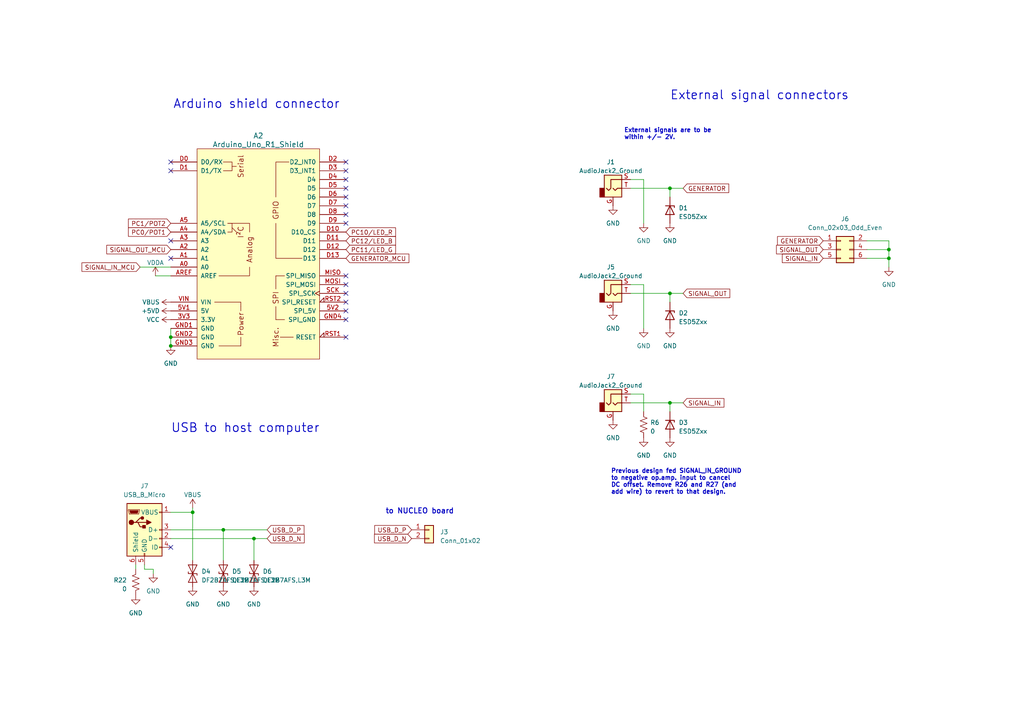
<source format=kicad_sch>
(kicad_sch (version 20230121) (generator eeschema)
  (paper "A4")
  (title_block (title "Board and I/O connectors") (date "2023-08-15") (company "bitgloo") (comment 1 "Released under the CERN Open Hardware Licence Version 2 - Strongly Reciprocal"))
  (lib_symbols
    (symbol "Connector:USB_B_Micro" (pin_names (offset 1.016))
      (property "Reference" "J" (at -5.08 11.43 0))
      (property "Value" "USB_B_Micro" (at -5.08 8.89 0))
      (symbol "USB_B_Micro_0_1"
        (rectangle (start -5.08 -7.62) (end 5.08 7.62) (stroke (width 0.254)) (fill (type background)))
        (circle (center -3.81 2.159) (radius 0.635) (stroke (width 0.254)) (fill (type outline)))
        (circle (center -0.635 3.429) (radius 0.381) (stroke (width 0.254)) (fill (type outline)))
        (rectangle (start -0.127 -7.62) (end 0.127 -6.858))
        (polyline (pts (xy -1.905 2.159) (xy 0.635 2.159)) (stroke (width 0.254)))
        (polyline (pts (xy -3.175 2.159) (xy -2.54 2.159) (xy -1.27 3.429) (xy -0.635 3.429)) (stroke (width 0.254)))
        (polyline (pts (xy -2.54 2.159) (xy -1.905 2.159) (xy -1.27 0.889) (xy 0 0.889)) (stroke (width 0.254)))
        (polyline (pts (xy 0.635 2.794) (xy 0.635 1.524) (xy 1.905 2.159) (xy 0.635 2.794)) (stroke (width 0.254)) (fill (type outline)))
        (polyline (pts (xy -4.318 5.588) (xy -1.778 5.588) (xy -2.032 4.826) (xy -4.064 4.826) (xy -4.318 5.588)) (fill (type outline)))
        (polyline (pts (xy -4.699 5.842) (xy -4.699 5.588) (xy -4.445 4.826) (xy -4.445 4.572) (xy -1.651 4.572) (xy -1.651 4.826) (xy -1.397 5.588) (xy -1.397 5.842) (xy -4.699 5.842)))
        (rectangle (start 0.254 1.27) (end -0.508 0.508) (stroke (width 0.254)) (fill (type outline)))
        (rectangle (start 5.08 -5.207) (end 4.318 -4.953))
        (rectangle (start 5.08 -2.667) (end 4.318 -2.413))
        (rectangle (start 5.08 -0.127) (end 4.318 0.127))
        (rectangle (start 5.08 4.953) (end 4.318 5.207))
      )
      (symbol "USB_B_Micro_1_1"
        (pin power_out line (at 7.62 5.08 180) (length 2.54) (name "VBUS") (number "1"))
        (pin bidirectional line (at 7.62 -2.54 180) (length 2.54) (name "D-") (number "2"))
        (pin bidirectional line (at 7.62 0 180) (length 2.54) (name "D+") (number "3"))
        (pin passive line (at 7.62 -5.08 180) (length 2.54) (name "ID") (number "4"))
        (pin power_out line (at 0 -10.16 90) (length 2.54) (name "GND") (number "5"))
        (pin passive line (at -2.54 -10.16 90) (length 2.54) (name "Shield") (number "6"))
      )
    )
    (symbol "Connector_Audio:AudioJack2_Ground"
      (property "Reference" "J" (at 0 8.89 0))
      (property "Value" "AudioJack2_Ground" (at 0 6.35 0))
      (symbol "AudioJack2_Ground_0_1"
        (rectangle (start -2.54 -2.54) (end -3.81 0) (stroke (width 0.254)) (fill (type outline)))
        (polyline (pts (xy 0 0) (xy 0.635 -0.635) (xy 1.27 0) (xy 2.54 0)) (stroke (width 0.254)))
        (polyline (pts (xy 2.54 2.54) (xy -0.635 2.54) (xy -0.635 0) (xy -1.27 -0.635) (xy -1.905 0)) (stroke (width 0.254)))
        (rectangle (start 2.54 3.81) (end -2.54 -2.54) (stroke (width 0.254)) (fill (type background)))
      )
      (symbol "AudioJack2_Ground_1_1"
        (pin passive line (at 0 -5.08 90) (length 2.54) (name "~") (number "G"))
        (pin passive line (at 5.08 2.54 180) (length 2.54) (name "~") (number "S"))
        (pin passive line (at 5.08 0 180) (length 2.54) (name "~") (number "T"))
      )
    )
    (symbol "Connector_Generic:Conn_01x02" (pin_names (offset 1.016) hide)
      (property "Reference" "J" (at 0 2.54 0))
      (property "Value" "Conn_01x02" (at 0 -5.08 0))
      (symbol "Conn_01x02_1_1"
        (rectangle (start -1.27 -2.413) (end 0 -2.667) (stroke (width 0.1524)))
        (rectangle (start -1.27 0.127) (end 0 -0.127) (stroke (width 0.1524)))
        (rectangle (start -1.27 1.27) (end 1.27 -3.81) (stroke (width 0.254)) (fill (type background)))
        (pin passive line (at -5.08 0 0) (length 3.81) (name "Pin_1") (number "1"))
        (pin passive line (at -5.08 -2.54 0) (length 3.81) (name "Pin_2") (number "2"))
      )
    )
    (symbol "Connector_Generic:Conn_02x03_Odd_Even" (pin_names (offset 1.016) hide)
      (property "Reference" "J" (at 1.27 5.08 0))
      (property "Value" "Conn_02x03_Odd_Even" (at 1.27 -5.08 0))
      (symbol "Conn_02x03_Odd_Even_1_1"
        (rectangle (start -1.27 -2.413) (end 0 -2.667) (stroke (width 0.1524)))
        (rectangle (start -1.27 0.127) (end 0 -0.127) (stroke (width 0.1524)))
        (rectangle (start -1.27 2.667) (end 0 2.413) (stroke (width 0.1524)))
        (rectangle (start -1.27 3.81) (end 3.81 -3.81) (stroke (width 0.254)) (fill (type background)))
        (rectangle (start 3.81 -2.413) (end 2.54 -2.667) (stroke (width 0.1524)))
        (rectangle (start 3.81 0.127) (end 2.54 -0.127) (stroke (width 0.1524)))
        (rectangle (start 3.81 2.667) (end 2.54 2.413) (stroke (width 0.1524)))
        (pin passive line (at -5.08 2.54 0) (length 3.81) (name "Pin_1") (number "1"))
        (pin passive line (at 7.62 2.54 180) (length 3.81) (name "Pin_2") (number "2"))
        (pin passive line (at -5.08 0 0) (length 3.81) (name "Pin_3") (number "3"))
        (pin passive line (at 7.62 0 180) (length 3.81) (name "Pin_4") (number "4"))
        (pin passive line (at -5.08 -2.54 0) (length 3.81) (name "Pin_5") (number "5"))
        (pin passive line (at 7.62 -2.54 180) (length 3.81) (name "Pin_6") (number "6"))
      )
    )
    (symbol "Device:R_US" (pin_numbers hide) (pin_names (offset 0))
      (property "Reference" "R" (at 2.54 0 90))
      (property "Value" "R_US" (at -2.54 0 90))
      (symbol "R_US_0_1"
        (polyline (pts (xy 0 -2.286) (xy 0 -2.54)))
        (polyline (pts (xy 0 2.286) (xy 0 2.54)))
        (polyline (pts (xy 0 -0.762) (xy 1.016 -1.143) (xy 0 -1.524) (xy -1.016 -1.905) (xy 0 -2.286)))
        (polyline (pts (xy 0 0.762) (xy 1.016 0.381) (xy 0 0) (xy -1.016 -0.381) (xy 0 -0.762)))
        (polyline (pts (xy 0 2.286) (xy 1.016 1.905) (xy 0 1.524) (xy -1.016 1.143) (xy 0 0.762)))
      )
      (symbol "R_US_1_1"
        (pin passive line (at 0 3.81 270) (length 1.27) (name "~") (number "1"))
        (pin passive line (at 0 -3.81 90) (length 1.27) (name "~") (number "2"))
      )
    )
    (symbol "Diode:ESD5Zxx" (pin_numbers hide) (pin_names hide)
      (property "Reference" "D" (at 0 2.54 0))
      (property "Value" "ESD5Zxx" (at 0 -2.54 0))
      (symbol "ESD5Zxx_0_1"
        (polyline (pts (xy 1.27 0) (xy -1.27 0)))
        (polyline (pts (xy -1.27 -1.27) (xy -1.27 1.27) (xy -0.762 1.27)) (stroke (width 0.254)))
        (polyline (pts (xy 1.27 -1.27) (xy 1.27 1.27) (xy -1.27 0) (xy 1.27 -1.27)) (stroke (width 0.254)))
      )
      (symbol "ESD5Zxx_1_1"
        (pin passive line (at -3.81 0 0) (length 2.54) (name "K") (number "1"))
        (pin passive line (at 3.81 0 180) (length 2.54) (name "A") (number "2"))
      )
    )
    (symbol "Diode:ESD9B5.0ST5G" (pin_numbers hide) (pin_names (offset 1.016) hide)
      (property "Reference" "D" (at 0 2.54 0))
      (property "Value" "ESD9B5.0ST5G" (at 0 -2.54 0))
      (symbol "ESD9B5.0ST5G_0_1"
        (polyline (pts (xy 1.27 0) (xy -1.27 0)))
        (polyline (pts (xy -2.54 -1.27) (xy 0 0) (xy -2.54 1.27) (xy -2.54 -1.27)) (stroke (width 0.2032)))
        (polyline (pts (xy 0.508 1.27) (xy 0 1.27) (xy 0 -1.27) (xy -0.508 -1.27)) (stroke (width 0.2032)))
        (polyline (pts (xy 2.54 1.27) (xy 2.54 -1.27) (xy 0 0) (xy 2.54 1.27)) (stroke (width 0.2032)))
      )
      (symbol "ESD9B5.0ST5G_1_1"
        (pin passive line (at -3.81 0 0) (length 2.54) (name "A1") (number "1"))
        (pin passive line (at 3.81 0 180) (length 2.54) (name "A2") (number "2"))
      )
    )
    (symbol "PCM_arduino-library:Arduino_Uno_R1_Shield" (pin_names (offset 1.016))
      (property "Reference" "A" (at 0 36.83 0))
      (property "Value" "Arduino_Uno_R1_Shield" (at 0 33.02 0))
      (symbol "Arduino_Uno_R1_Shield_0_0"
        (rectangle (start -17.78 30.48) (end 17.78 -30.48) (fill (type background)))
        (rectangle (start -12.7 -13.97) (end -5.08 -13.97))
        (rectangle (start -11.43 -26.67) (end -5.08 -26.67))
        (polyline (pts (xy -7.62 7.62) (xy -6.35 6.35)))
        (polyline (pts (xy -7.62 25.4) (xy -6.35 25.4)))
        (polyline (pts (xy -5.08 -26.67) (xy -5.08 -24.13)))
        (polyline (pts (xy -5.08 -15.24) (xy -5.08 -16.51)))
        (polyline (pts (xy -5.08 -13.97) (xy -5.08 -15.24)))
        (polyline (pts (xy -2.54 -3.81) (xy -2.54 -6.35) (xy -11.43 -6.35)))
        (polyline (pts (xy -2.54 6.35) (xy -2.54 8.89) (xy -8.89 8.89)))
        (polyline (pts (xy 5.08 8.89) (xy 5.08 -1.27) (xy 12.7 -1.27)))
        (polyline (pts (xy 5.08 16.51) (xy 5.08 26.67) (xy 8.89 26.67)))
        (polyline (pts (xy -10.16 26.67) (xy -7.62 26.67) (xy -7.62 24.13) (xy -10.16 24.13)))
        (polyline (pts (xy -8.89 8.89) (xy -7.62 8.89) (xy -7.62 6.35) (xy -8.89 6.35)))
        (rectangle (start 5.08 -19.05) (end 5.08 -15.24))
        (rectangle (start 5.08 -19.05) (end 7.62 -19.05))
        (rectangle (start 5.08 -10.16) (end 5.08 -6.35))
        (rectangle (start 6.35 -24.13) (end 10.16 -24.13))
        (rectangle (start 7.62 -6.35) (end 5.08 -6.35))
        (text "Analog" (at -2.54 1.27 900) (effects (font (size 1.524 1.524))))
        (text "I²C" (at -5.08 6.35 900) (effects (font (size 1.524 1.524))))
        (text "Misc." (at 5.08 -24.13 900) (effects (font (size 1.524 1.524))))
        (text "Power" (at -5.08 -20.32 900) (effects (font (size 1.524 1.524))))
        (text "Serial" (at -5.08 25.4 900) (effects (font (size 1.524 1.524))))
        (text "SPI" (at 5.08 -12.7 900) (effects (font (size 1.524 1.524))))
      )
      (symbol "Arduino_Uno_R1_Shield_1_0"
        (text "GPIO" (at 5.08 12.7 900) (effects (font (size 1.524 1.524))))
      )
      (symbol "Arduino_Uno_R1_Shield_1_1"
        (pin power_out line (at -25.4 -19.05 0) (length 7.62) (name "3.3V") (number "3V3"))
        (pin power_in line (at -25.4 -16.51 0) (length 7.62) (name "5V") (number "5V1"))
        (pin power_in line (at 25.4 -16.51 180) (length 7.62) (name "SPI_5V") (number "5V2"))
        (pin bidirectional line (at -25.4 -3.81 0) (length 7.62) (name "A0") (number "A0"))
        (pin bidirectional line (at -25.4 -1.27 0) (length 7.62) (name "A1") (number "A1"))
        (pin bidirectional line (at -25.4 1.27 0) (length 7.62) (name "A2") (number "A2"))
        (pin bidirectional line (at -25.4 3.81 0) (length 7.62) (name "A3") (number "A3"))
        (pin bidirectional line (at -25.4 6.35 0) (length 7.62) (name "A4/SDA") (number "A4"))
        (pin bidirectional line (at -25.4 8.89 0) (length 7.62) (name "A5/SCL") (number "A5"))
        (pin input line (at -25.4 -6.35 0) (length 7.62) (name "AREF") (number "AREF"))
        (pin bidirectional line (at -25.4 26.67 0) (length 7.62) (name "D0/RX") (number "D0"))
        (pin bidirectional line (at -25.4 24.13 0) (length 7.62) (name "D1/TX") (number "D1"))
        (pin bidirectional line (at 25.4 6.35 180) (length 7.62) (name "D10_CS") (number "D10"))
        (pin bidirectional line (at 25.4 3.81 180) (length 7.62) (name "D11") (number "D11"))
        (pin bidirectional line (at 25.4 1.27 180) (length 7.62) (name "D12") (number "D12"))
        (pin bidirectional line (at 25.4 -1.27 180) (length 7.62) (name "D13") (number "D13"))
        (pin bidirectional line (at 25.4 26.67 180) (length 7.62) (name "D2_INT0") (number "D2"))
        (pin bidirectional line (at 25.4 24.13 180) (length 7.62) (name "D3_INT1") (number "D3"))
        (pin bidirectional line (at 25.4 21.59 180) (length 7.62) (name "D4") (number "D4"))
        (pin bidirectional line (at 25.4 19.05 180) (length 7.62) (name "D5") (number "D5"))
        (pin bidirectional line (at 25.4 16.51 180) (length 7.62) (name "D6") (number "D6"))
        (pin bidirectional line (at 25.4 13.97 180) (length 7.62) (name "D7") (number "D7"))
        (pin bidirectional line (at 25.4 11.43 180) (length 7.62) (name "D8") (number "D8"))
        (pin bidirectional line (at 25.4 8.89 180) (length 7.62) (name "D9") (number "D9"))
        (pin power_in line (at -25.4 -21.59 0) (length 7.62) (name "GND") (number "GND1"))
        (pin power_in line (at -25.4 -24.13 0) (length 7.62) (name "GND") (number "GND2"))
        (pin power_in line (at -25.4 -26.67 0) (length 7.62) (name "GND") (number "GND3"))
        (pin power_in line (at 25.4 -19.05 180) (length 7.62) (name "SPI_GND") (number "GND4"))
        (pin input line (at 25.4 -6.35 180) (length 7.62) (name "SPI_MISO") (number "MISO"))
        (pin output line (at 25.4 -8.89 180) (length 7.62) (name "SPI_MOSI") (number "MOSI"))
        (pin open_collector input_low (at 25.4 -24.13 180) (length 7.62) (name "RESET") (number "RST1"))
        (pin open_collector input_low (at 25.4 -13.97 180) (length 7.62) (name "SPI_RESET") (number "RST2"))
        (pin output clock (at 25.4 -11.43 180) (length 7.62) (name "SPI_SCK") (number "SCK"))
        (pin power_in line (at -25.4 -13.97 0) (length 7.62) (name "VIN") (number "VIN"))
      )
    )
    (symbol "power:+5VD" (power) (pin_names (offset 0))
      (property "Value" "+5VD" (at 0 3.556 0))
      (symbol "+5VD_0_1"
        (polyline (pts (xy -0.762 1.27) (xy 0 2.54)))
        (polyline (pts (xy 0 0) (xy 0 2.54)))
        (polyline (pts (xy 0 2.54) (xy 0.762 1.27)))
      )
      (symbol "+5VD_1_1"
        (pin power_in line (at 0 0 90) (length 0) hide (name "+5VD") (number "1"))
      )
    )
    (symbol "power:GND" (power) (pin_names (offset 0))
      (property "Value" "GND" (at 0 -3.81 0))
      (symbol "GND_0_1"
        (polyline (pts (xy 0 0) (xy 0 -1.27) (xy 1.27 -1.27) (xy 0 -2.54) (xy -1.27 -1.27) (xy 0 -1.27)))
      )
      (symbol "GND_1_1"
        (pin power_in line (at 0 0 270) (length 0) hide (name "GND") (number "1"))
      )
    )
    (symbol "power:VBUS" (power) (pin_names (offset 0))
      (property "Value" "VBUS" (at 0 3.81 0))
      (symbol "VBUS_0_1"
        (polyline (pts (xy -0.762 1.27) (xy 0 2.54)))
        (polyline (pts (xy 0 0) (xy 0 2.54)))
        (polyline (pts (xy 0 2.54) (xy 0.762 1.27)))
      )
      (symbol "VBUS_1_1"
        (pin power_in line (at 0 0 90) (length 0) hide (name "VBUS") (number "1"))
      )
    )
    (symbol "power:VCC" (power) (pin_names (offset 0))
      (property "Value" "VCC" (at 0 3.81 0))
      (symbol "VCC_0_1"
        (polyline (pts (xy -0.762 1.27) (xy 0 2.54)))
        (polyline (pts (xy 0 0) (xy 0 2.54)))
        (polyline (pts (xy 0 2.54) (xy 0.762 1.27)))
      )
      (symbol "VCC_1_1"
        (pin power_in line (at 0 0 90) (length 0) hide (name "VCC") (number "1"))
      )
    )
    (symbol "power:VDDA" (power) (pin_names (offset 0))
      (property "Value" "VDDA" (at 0 3.81 0))
      (symbol "VDDA_0_1"
        (polyline (pts (xy -0.762 1.27) (xy 0 2.54)))
        (polyline (pts (xy 0 0) (xy 0 2.54)))
        (polyline (pts (xy 0 2.54) (xy 0.762 1.27)))
      )
      (symbol "VDDA_1_1"
        (pin power_in line (at 0 0 90) (length 0) hide (name "VDDA") (number "1"))
      )
    )
  )
  (junction (at 64.77 153.67))
  (junction (at 194.31 54.61))
  (junction (at 73.66 156.21))
  (junction (at 194.31 85.09))
  (junction (at 49.53 100.33))
  (junction (at 257.81 72.39))
  (junction (at 49.53 97.79))
  (junction (at 55.88 148.59))
  (junction (at 194.31 116.84))
  (junction (at 257.81 74.93))
  (no_connect (at 100.33 90.17))
  (no_connect (at 49.53 49.53))
  (no_connect (at 49.53 74.93))
  (no_connect (at 49.53 46.99))
  (no_connect (at 100.33 64.77))
  (no_connect (at 100.33 54.61))
  (no_connect (at 100.33 49.53))
  (no_connect (at 100.33 57.15))
  (no_connect (at 100.33 46.99))
  (no_connect (at 100.33 80.01))
  (no_connect (at 100.33 52.07))
  (no_connect (at 100.33 87.63))
  (no_connect (at 49.53 69.85))
  (no_connect (at 100.33 82.55))
  (no_connect (at 49.53 158.75))
  (no_connect (at 100.33 85.09))
  (no_connect (at 100.33 59.69))
  (no_connect (at 100.33 92.71))
  (no_connect (at 100.33 97.79))
  (no_connect (at 100.33 62.23))
  (wire (pts (xy 257.81 72.39) (xy 251.46 72.39)))
  (wire (pts (xy 186.69 114.3) (xy 186.69 119.38)))
  (wire (pts (xy 182.88 114.3) (xy 186.69 114.3)))
  (wire (pts (xy 257.81 74.93) (xy 257.81 77.47)))
  (wire (pts (xy 55.88 147.32) (xy 55.88 148.59)))
  (wire (pts (xy 186.69 82.55) (xy 186.69 95.25)))
  (wire (pts (xy 194.31 116.84) (xy 198.12 116.84)))
  (wire (pts (xy 257.81 72.39) (xy 257.81 74.93)))
  (wire (pts (xy 194.31 54.61) (xy 198.12 54.61)))
  (wire (pts (xy 73.66 156.21) (xy 77.47 156.21)))
  (wire (pts (xy 45.085 80.01) (xy 49.53 80.01)))
  (wire (pts (xy 194.31 54.61) (xy 194.31 57.15)))
  (wire (pts (xy 49.53 153.67) (xy 64.77 153.67)))
  (wire (pts (xy 186.69 52.07) (xy 186.69 64.77)))
  (wire (pts (xy 49.53 156.21) (xy 73.66 156.21)))
  (wire (pts (xy 194.31 85.09) (xy 194.31 87.63)))
  (wire (pts (xy 49.53 148.59) (xy 55.88 148.59)))
  (wire (pts (xy 194.31 85.09) (xy 198.12 85.09)))
  (wire (pts (xy 40.64 77.47) (xy 49.53 77.47)))
  (wire (pts (xy 44.45 165.1) (xy 41.91 165.1)))
  (wire (pts (xy 182.88 52.07) (xy 186.69 52.07)))
  (wire (pts (xy 194.31 116.84) (xy 194.31 119.38)))
  (wire (pts (xy 257.81 69.85) (xy 257.81 72.39)))
  (wire (pts (xy 39.37 163.83) (xy 39.37 165.1)))
  (wire (pts (xy 49.53 95.25) (xy 49.53 97.79)))
  (wire (pts (xy 55.88 148.59) (xy 55.88 162.56)))
  (wire (pts (xy 257.81 69.85) (xy 251.46 69.85)))
  (wire (pts (xy 44.45 166.37) (xy 44.45 165.1)))
  (wire (pts (xy 41.91 165.1) (xy 41.91 163.83)))
  (wire (pts (xy 64.77 153.67) (xy 64.77 162.56)))
  (wire (pts (xy 251.46 74.93) (xy 257.81 74.93)))
  (wire (pts (xy 182.88 85.09) (xy 194.31 85.09)))
  (wire (pts (xy 182.88 54.61) (xy 194.31 54.61)))
  (wire (pts (xy 182.88 116.84) (xy 194.31 116.84)))
  (wire (pts (xy 49.53 97.79) (xy 49.53 100.33)))
  (wire (pts (xy 64.77 153.67) (xy 77.47 153.67)))
  (wire (pts (xy 182.88 82.55) (xy 186.69 82.55)))
  (wire (pts (xy 73.66 156.21) (xy 73.66 162.56)))
  (text "USB to host computer" (at 49.53 125.73 0) (effects (font (size 2.54 2.54) (thickness 0.254) bold) (justify left bottom)))
  (text "to NUCLEO board" (at 111.76 149.225 0) (effects (font (size 1.5 1.5) (thickness 0.254) bold) (justify left bottom)))
  (text "Arduino shield connector" (at 50.165 31.75 0) (effects (font (size 2.54 2.54) (thickness 0.254) bold) (justify left bottom)))
  (text "External signals are to be\nwithin +/- 2V." (at 180.975 40.64 0) (effects (font (size 1.25 1.25) (thickness 0.254) bold) (justify left bottom)))
  (text "External signal connectors" (at 194.31 29.21 0) (effects (font (size 2.54 2.54) (thickness 0.254) bold) (justify left bottom)))
  (text "Previous design fed SIGNAL_IN_GROUND\nto negative op.amp. input to cancel\nDC offset. Remove R26 and R27 (and\nadd wire) to revert to that design." (at 177.165 143.51 0) (effects (font (size 1.25 1.25) (thickness 0.254) bold) (justify left bottom)))
  (global_label "USB_D_P" (shape input) (at 119.38 153.67 180) (property "Intersheetrefs" "${INTERSHEET_REFS}" (effects hide)))
  (global_label "SIGNAL_OUT" (shape input) (at 198.12 85.09 0) (property "Intersheetrefs" "${INTERSHEET_REFS}" (effects hide)))
  (global_label "SIGNAL_IN_MCU" (shape input) (at 40.64 77.47 180) (property "Intersheetrefs" "${INTERSHEET_REFS}" (effects hide)))
  (global_label "SIGNAL_OUT_MCU" (shape input) (at 49.53 72.39 180) (property "Intersheetrefs" "${INTERSHEET_REFS}" (effects hide)))
  (global_label "SIGNAL_IN" (shape input) (at 198.12 116.84 0) (property "Intersheetrefs" "${INTERSHEET_REFS}" (effects hide)))
  (global_label "PC0{slash}POT1" (shape input) (at 49.53 67.31 180) (property "Intersheetrefs" "${INTERSHEET_REFS}" (effects hide)))
  (global_label "GENERATOR" (shape input) (at 198.12 54.61 0) (property "Intersheetrefs" "${INTERSHEET_REFS}" (effects hide)))
  (global_label "PC10{slash}LED_R" (shape input) (at 100.33 67.31 0) (property "Intersheetrefs" "${INTERSHEET_REFS}" (effects hide)))
  (global_label "SIGNAL_OUT" (shape input) (at 238.76 72.39 180) (property "Intersheetrefs" "${INTERSHEET_REFS}" (effects hide)))
  (global_label "PC12{slash}LED_B" (shape input) (at 100.33 69.85 0) (property "Intersheetrefs" "${INTERSHEET_REFS}" (effects hide)))
  (global_label "PC11{slash}LED_G" (shape input) (at 100.33 72.39 0) (property "Intersheetrefs" "${INTERSHEET_REFS}" (effects hide)))
  (global_label "GENERATOR_MCU" (shape input) (at 100.33 74.93 0) (property "Intersheetrefs" "${INTERSHEET_REFS}" (effects hide)))
  (global_label "USB_D_P" (shape input) (at 77.47 153.67 0) (property "Intersheetrefs" "${INTERSHEET_REFS}" (effects hide)))
  (global_label "GENERATOR" (shape input) (at 238.76 69.85 180) (property "Intersheetrefs" "${INTERSHEET_REFS}" (effects hide)))
  (global_label "SIGNAL_IN" (shape input) (at 238.76 74.93 180) (property "Intersheetrefs" "${INTERSHEET_REFS}" (effects hide)))
  (global_label "USB_D_N" (shape input) (at 119.38 156.21 180) (property "Intersheetrefs" "${INTERSHEET_REFS}" (effects hide)))
  (global_label "PC1{slash}POT2" (shape input) (at 49.53 64.77 180) (property "Intersheetrefs" "${INTERSHEET_REFS}" (effects hide)))
  (global_label "USB_D_N" (shape input) (at 77.47 156.21 0) (property "Intersheetrefs" "${INTERSHEET_REFS}" (effects hide)))
  (symbol (lib_id "Diode:ESD9B5.0ST5G") (at 55.88 166.37 90) (unit 1)
    (property "Reference" "D4" (at 58.42 165.735 90) (effects (justify right)))
    (property "Value" "DF2B7AFS,L3M" (at 58.42 168.275 90) (effects (justify right)))
    (property "Footprint" "Diode_SMD:D_SOD-923" (effects hide))
    (property "Datasheet" "https://www.onsemi.com/pub/Collateral/ESD9B-D.PDF" (effects hide))
    (property "Part Number" "DF2B7AFS,L3M" (effects hide))
  )
  (symbol (lib_id "power:VDDA") (at 45.085 80.01 0) (unit 1)
    (property "Reference" "#PWR04" (effects hide))
    (property "Value" "VDDA" (at 45.085 76.2 0))
    (instances (project "stmdsp_rev3" (path "" (reference "#PWR04") (unit 1))) (project "DSP PAW add-on board" (path "" (reference "#PWR074") (unit 1))))
  )
  (symbol (lib_id "power:GND") (at 64.77 170.18 0) (unit 1)
    (property "Reference" "#PWR038" (effects hide))
    (property "Value" "GND" (at 64.77 175.26 0))
    (instances (project "stmdsp_rev3" (path "" (reference "#PWR038") (unit 1))) (project "DSP PAW add-on board" (path "" (reference "#PWR064") (unit 1))))
  )
  (symbol (lib_id "power:GND") (at 186.69 95.25 0) (unit 1)
    (property "Reference" "#PWR034" (effects hide))
    (property "Value" "GND" (at 186.69 100.33 0))
    (instances (project "stmdsp_rev3" (path "" (reference "#PWR034") (unit 1))) (project "DSP PAW add-on board" (path "" (reference "#PWR056") (unit 1))))
  )
  (symbol (lib_id "power:GND") (at 257.81 77.47 0) (mirror y) (unit 1)
    (property "Reference" "#PWR036" (effects hide))
    (property "Value" "GND" (at 257.81 82.55 0))
    (instances (project "stmdsp_rev3" (path "" (reference "#PWR036") (unit 1))) (project "DSP PAW add-on board" (path "" (reference "#PWR052") (unit 1))))
  )
  (symbol (lib_id "power:GND") (at 186.69 64.77 0) (unit 1)
    (property "Reference" "#PWR032" (effects hide))
    (property "Value" "GND" (at 186.69 69.85 0))
    (instances (project "stmdsp_rev3" (path "" (reference "#PWR032") (unit 1))) (project "DSP PAW add-on board" (path "" (reference "#PWR049") (unit 1))))
  )
  (symbol (lib_id "PCM_arduino-library:Arduino_Uno_R1_Shield") (at 74.93 73.66 0) (unit 1)
    (property "Reference" "A2" (at 74.93 39.37 0) (effects (font (size 1.524 1.524))))
    (property "Value" "Arduino_Uno_R1_Shield" (at 74.93 41.91 0) (effects (font (size 1.524 1.524))))
    (property "Footprint" "PCM_arduino-library:Arduino_Uno_R2_Shield" (effects hide))
    (property "Datasheet" "https://startingelectronics.org/articles/arduino/uno-r3-r2-differences/" (effects hide))
  )
  (symbol (lib_id "Diode:ESD9B5.0ST5G") (at 64.77 166.37 90) (unit 1)
    (property "Reference" "D5" (at 67.31 165.735 90) (effects (justify right)))
    (property "Value" "DF2B7AFS,L3M" (at 67.31 168.275 90) (effects (justify right)))
    (property "Footprint" "Diode_SMD:D_SOD-923" (effects hide))
    (property "Datasheet" "https://www.onsemi.com/pub/Collateral/ESD9B-D.PDF" (effects hide))
    (property "Part Number" "DF2B7AFS,L3M" (effects hide))
  )
  (symbol (lib_id "Connector_Audio:AudioJack2_Ground") (at 177.8 85.09 0) (unit 1)
    (property "Reference" "J5" (at 177.165 77.47 0))
    (property "Value" "AudioJack2_Ground" (at 177.165 80.01 0))
    (property "Footprint" "Connector_Audio:Jack_3.5mm_CUI_SJ-3523-SMT_Horizontal" (effects hide))
    (property "Part Number" "SJ-3523-SMT-TR" (effects hide))
  )
  (symbol (lib_id "Diode:ESD5Zxx") (at 194.31 123.19 270) (unit 1)
    (property "Reference" "D3" (at 196.85 122.555 90) (effects (justify left)))
    (property "Value" "ESD5Zxx" (at 196.85 125.095 90) (effects (justify left)))
    (property "Footprint" "Diode_SMD:D_SOD-523" (effects hide))
    (property "Datasheet" "https://www.onsemi.com/pdf/datasheet/esd5z2.5t1-d.pdf" (effects hide))
    (property "Part Number" "ESD5Z2.5T1G" (effects hide))
  )
  (symbol (lib_id "power:GND") (at 186.69 127 0) (unit 1)
    (property "Reference" "#PWR034" (effects hide))
    (property "Value" "GND" (at 186.69 132.08 0))
    (instances (project "stmdsp_rev3" (path "" (reference "#PWR034") (unit 1))) (project "DSP PAW add-on board" (path "" (reference "#PWR059") (unit 1))))
  )
  (symbol (lib_id "power:GND") (at 44.45 166.37 0) (unit 1)
    (property "Reference" "#PWR038" (effects hide))
    (property "Value" "GND" (at 44.45 171.45 0))
    (instances (project "stmdsp_rev3" (path "" (reference "#PWR038") (unit 1))) (project "DSP PAW add-on board" (path "" (reference "#PWR062") (unit 1))))
  )
  (symbol (lib_id "power:GND") (at 55.88 170.18 0) (unit 1)
    (property "Reference" "#PWR038" (effects hide))
    (property "Value" "GND" (at 55.88 175.26 0))
    (instances (project "stmdsp_rev3" (path "" (reference "#PWR038") (unit 1))) (project "DSP PAW add-on board" (path "" (reference "#PWR063") (unit 1))))
  )
  (symbol (lib_id "power:GND") (at 177.8 90.17 0) (unit 1)
    (property "Reference" "#PWR032" (effects hide))
    (property "Value" "GND" (at 177.8 95.25 0))
    (instances (project "stmdsp_rev3" (path "" (reference "#PWR032") (unit 1))) (project "DSP PAW add-on board" (path "" (reference "#PWR055") (unit 1))))
  )
  (symbol (lib_id "power:VBUS") (at 55.88 147.32 0) (unit 1)
    (property "Reference" "#PWR061" (effects hide))
    (property "Value" "VBUS" (at 55.88 143.51 0))
  )
  (symbol (lib_id "Diode:ESD5Zxx") (at 194.31 60.96 270) (unit 1)
    (property "Reference" "D1" (at 196.85 60.325 90) (effects (justify left)))
    (property "Value" "ESD5Zxx" (at 196.85 62.865 90) (effects (justify left)))
    (property "Footprint" "Diode_SMD:D_SOD-523" (effects hide))
    (property "Datasheet" "https://www.onsemi.com/pdf/datasheet/esd5z2.5t1-d.pdf" (effects hide))
    (property "Part Number" "ESD5Z2.5T1G" (effects hide))
  )
  (symbol (lib_id "power:GND") (at 177.8 59.69 0) (unit 1)
    (property "Reference" "#PWR032" (effects hide))
    (property "Value" "GND" (at 177.8 64.77 0))
    (instances (project "stmdsp_rev3" (path "" (reference "#PWR032") (unit 1))) (project "DSP PAW add-on board" (path "" (reference "#PWR048") (unit 1))))
  )
  (symbol (lib_id "power:VCC") (at 49.53 92.71 90) (unit 1)
    (property "Reference" "#PWR015" (effects hide))
    (property "Value" "VCC" (at 46.355 92.71 90) (effects (justify left)))
    (instances (project "stmdsp_rev3" (path "" (reference "#PWR015") (unit 1))) (project "DSP PAW add-on board" (path "" (reference "#PWR072") (unit 1))))
  )
  (symbol (lib_id "Diode:ESD5Zxx") (at 194.31 91.44 270) (unit 1)
    (property "Reference" "D2" (at 196.85 90.805 90) (effects (justify left)))
    (property "Value" "ESD5Zxx" (at 196.85 93.345 90) (effects (justify left)))
    (property "Footprint" "Diode_SMD:D_SOD-523" (effects hide))
    (property "Datasheet" "https://www.onsemi.com/pdf/datasheet/esd5z2.5t1-d.pdf" (effects hide))
    (property "Part Number" "ESD5Z2.5T1G" (effects hide))
  )
  (symbol (lib_id "Connector_Audio:AudioJack2_Ground") (at 177.8 54.61 0) (unit 1)
    (property "Reference" "J1" (at 177.165 46.99 0))
    (property "Value" "AudioJack2_Ground" (at 177.165 49.53 0))
    (property "Footprint" "Connector_Audio:Jack_3.5mm_CUI_SJ-3523-SMT_Horizontal" (effects hide))
    (property "Part Number" "SJ-3523-SMT-TR" (effects hide))
  )
  (symbol (lib_id "Connector:USB_B_Micro") (at 41.91 153.67 0) (unit 1)
    (property "Reference" "J7" (at 41.91 140.97 0))
    (property "Value" "USB_B_Micro" (at 41.91 143.51 0))
    (property "Footprint" "Connector_USB:USB_Micro-B_Amphenol_10104110_Horizontal" (effects hide))
    (property "Part Number" "10104110-0001LF" (effects hide))
    (instances (project "stmdsp_rev3" (path "" (reference "J7") (unit 1))) (project "DSP PAW add-on board" (path "" (reference "J8") (unit 1))))
  )
  (symbol (lib_id "power:GND") (at 194.31 95.25 0) (unit 1)
    (property "Reference" "#PWR032" (effects hide))
    (property "Value" "GND" (at 194.31 100.33 0))
    (instances (project "stmdsp_rev3" (path "" (reference "#PWR032") (unit 1))) (project "DSP PAW add-on board" (path "" (reference "#PWR057") (unit 1))))
  )
  (symbol (lib_id "Device:R_US") (at 186.69 123.19 180) (unit 1)
    (property "Reference" "R6" (at 188.595 122.555 0) (effects (justify right)))
    (property "Value" "0" (at 188.595 125.095 0) (effects (justify right)))
    (property "Footprint" "Resistor_SMD:R_0603_1608Metric" (effects hide))
    (property "Part Number" "RMCF0603ZT0R00" (effects hide))
    (instances (project "DSP PAW add-on board" (path "" (reference "R6") (unit 1)) (path "" (reference "R26") (unit 1))))
  )
  (symbol (lib_id "Connector_Audio:AudioJack2_Ground") (at 177.8 116.84 0) (unit 1)
    (property "Reference" "J7" (at 177.165 109.22 0))
    (property "Value" "AudioJack2_Ground" (at 177.165 111.76 0))
    (property "Footprint" "Connector_Audio:Jack_3.5mm_CUI_SJ-3523-SMT_Horizontal" (effects hide))
    (property "Part Number" "SJ-3523-SMT-TR" (effects hide))
  )
  (symbol (lib_id "power:VBUS") (at 49.53 87.63 90) (unit 1)
    (property "Reference" "#PWR075" (effects hide))
    (property "Value" "VBUS" (at 46.355 87.63 90) (effects (justify left)))
  )
  (symbol (lib_id "power:+5VD") (at 49.53 90.17 90) (unit 1)
    (property "Reference" "#PWR047" (effects hide))
    (property "Value" "+5VD" (at 46.355 90.17 90) (effects (justify left)))
  )
  (symbol (lib_id "power:GND") (at 194.31 127 0) (unit 1)
    (property "Reference" "#PWR032" (effects hide))
    (property "Value" "GND" (at 194.31 132.08 0))
    (instances (project "stmdsp_rev3" (path "" (reference "#PWR032") (unit 1))) (project "DSP PAW add-on board" (path "" (reference "#PWR060") (unit 1))))
  )
  (symbol (lib_id "Device:R_US") (at 39.37 168.91 0) (mirror y) (unit 1)
    (property "Reference" "R22" (at 36.83 168.275 0) (effects (justify left)))
    (property "Value" "0" (at 36.83 170.815 0) (effects (justify left)))
    (property "Footprint" "Resistor_SMD:R_0603_1608Metric" (effects hide))
    (property "Part Number" "RMCF0603ZT0R00" (effects hide))
  )
  (symbol (lib_id "Connector_Generic:Conn_01x02") (at 124.46 153.67 0) (unit 1)
    (property "Reference" "J3" (at 127.635 154.305 0) (effects (justify left)))
    (property "Value" "Conn_01x02" (at 127.635 156.845 0) (effects (justify left)))
    (property "Footprint" "Connector_PinHeader_2.54mm:PinHeader_1x02_P2.54mm_Vertical" (effects hide))
  )
  (symbol (lib_id "power:GND") (at 177.8 121.92 0) (unit 1)
    (property "Reference" "#PWR032" (effects hide))
    (property "Value" "GND" (at 177.8 127 0))
    (instances (project "stmdsp_rev3" (path "" (reference "#PWR032") (unit 1))) (project "DSP PAW add-on board" (path "" (reference "#PWR058") (unit 1))))
  )
  (symbol (lib_id "power:GND") (at 73.66 170.18 0) (unit 1)
    (property "Reference" "#PWR038" (effects hide))
    (property "Value" "GND" (at 73.66 175.26 0))
    (instances (project "stmdsp_rev3" (path "" (reference "#PWR038") (unit 1))) (project "DSP PAW add-on board" (path "" (reference "#PWR065") (unit 1))))
  )
  (symbol (lib_id "Diode:ESD9B5.0ST5G") (at 73.66 166.37 90) (unit 1)
    (property "Reference" "D6" (at 76.2 165.735 90) (effects (justify right)))
    (property "Value" "DF2B7AFS,L3M" (at 76.2 168.275 90) (effects (justify right)))
    (property "Footprint" "Diode_SMD:D_SOD-923" (effects hide))
    (property "Datasheet" "https://www.onsemi.com/pub/Collateral/ESD9B-D.PDF" (effects hide))
    (property "Part Number" "DF2B7AFS,L3M" (effects hide))
  )
  (symbol (lib_id "Connector_Generic:Conn_02x03_Odd_Even") (at 243.84 72.39 0) (unit 1)
    (property "Reference" "J6" (at 245.11 63.5 0))
    (property "Value" "Conn_02x03_Odd_Even" (at 245.11 66.04 0))
    (property "Footprint" "Connector_PinHeader_2.54mm:PinHeader_2x03_P2.54mm_Vertical" (effects hide))
    (property "Part Number" "PH2-06-UA" (effects hide))
    (instances (project "stmdsp_rev3" (path "" (reference "J6") (unit 1))) (project "DSP PAW add-on board" (path "" (reference "J4") (unit 1))))
  )
  (symbol (lib_id "power:GND") (at 194.31 64.77 0) (unit 1)
    (property "Reference" "#PWR032" (effects hide))
    (property "Value" "GND" (at 194.31 69.85 0))
    (instances (project "stmdsp_rev3" (path "" (reference "#PWR032") (unit 1))) (project "DSP PAW add-on board" (path "" (reference "#PWR050") (unit 1))))
  )
  (symbol (lib_id "power:GND") (at 49.53 100.33 0) (mirror y) (unit 1)
    (property "Reference" "#PWR036" (effects hide))
    (property "Value" "GND" (at 49.53 105.41 0))
    (instances (project "stmdsp_rev3" (path "" (reference "#PWR036") (unit 1))) (project "DSP PAW add-on board" (path "" (reference "#PWR046") (unit 1))))
  )
  (symbol (lib_id "power:GND") (at 39.37 172.72 0) (unit 1)
    (property "Reference" "#PWR038" (effects hide))
    (property "Value" "GND" (at 39.37 177.8 0))
    (instances (project "stmdsp_rev3" (path "" (reference "#PWR038") (unit 1))) (project "DSP PAW add-on board" (path "" (reference "#PWR066") (unit 1))))
  )
)
</source>
